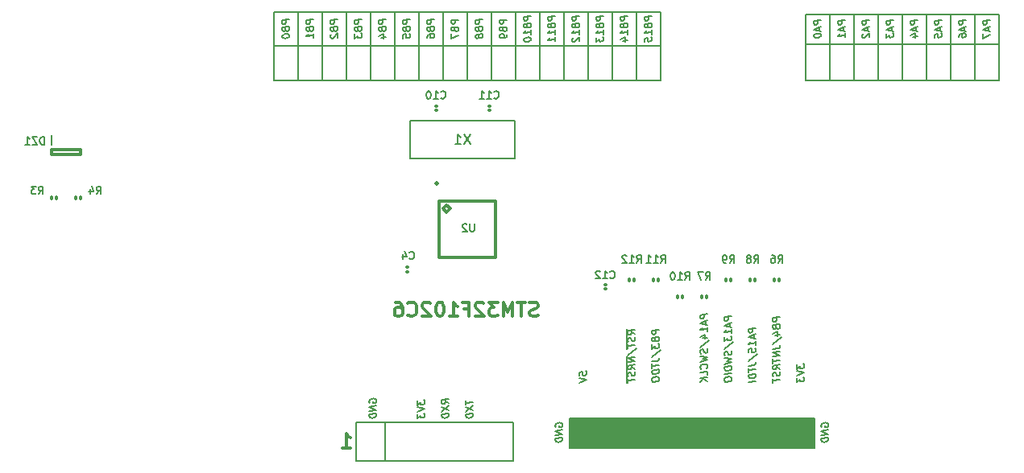
<source format=gbr>
G04 #@! TF.FileFunction,Legend,Bot*
%FSLAX46Y46*%
G04 Gerber Fmt 4.6, Leading zero omitted, Abs format (unit mm)*
G04 Created by KiCad (PCBNEW 4.0.1-stable) date 6/19/2016 2:06:42 PM*
%MOMM*%
G01*
G04 APERTURE LIST*
%ADD10C,0.100000*%
%ADD11C,0.200000*%
%ADD12C,0.300000*%
%ADD13C,0.190500*%
%ADD14C,0.350000*%
%ADD15C,0.150000*%
%ADD16C,0.152400*%
G04 APERTURE END LIST*
D10*
D11*
X163576000Y-74930000D02*
X147066000Y-74930000D01*
X147066000Y-70866000D02*
X163576000Y-70866000D01*
D12*
X145621428Y-73576571D02*
X146478571Y-73576571D01*
X146049999Y-73576571D02*
X146049999Y-72076571D01*
X146192856Y-72290857D01*
X146335714Y-72433714D01*
X146478571Y-72505143D01*
D11*
X150114000Y-70866000D02*
X150114000Y-74930000D01*
X147066000Y-74930000D02*
X147066000Y-70866000D01*
X163576000Y-70866000D02*
X163576000Y-74930000D01*
D13*
X158586714Y-68620822D02*
X158586714Y-69056251D01*
X159348714Y-68743287D02*
X158586714Y-68838537D01*
X158586714Y-69237679D02*
X159348714Y-69650429D01*
X158586714Y-69745679D02*
X159348714Y-69142429D01*
X159348714Y-69940715D02*
X158586714Y-70035965D01*
X158586714Y-70217393D01*
X158623000Y-70321714D01*
X158695571Y-70385215D01*
X158768143Y-70412428D01*
X158913286Y-70430571D01*
X159022143Y-70416964D01*
X159167286Y-70362535D01*
X159239857Y-70317179D01*
X159312429Y-70235535D01*
X159348714Y-70122143D01*
X159348714Y-69940715D01*
X156808714Y-68888429D02*
X156445857Y-68679786D01*
X156808714Y-68453001D02*
X156046714Y-68548251D01*
X156046714Y-68838536D01*
X156083000Y-68906572D01*
X156119286Y-68938321D01*
X156191857Y-68965536D01*
X156300714Y-68951929D01*
X156373286Y-68906571D01*
X156409571Y-68865751D01*
X156445857Y-68788643D01*
X156445857Y-68498358D01*
X156046714Y-69237679D02*
X156808714Y-69650429D01*
X156046714Y-69745679D02*
X156808714Y-69142429D01*
X156808714Y-69940715D02*
X156046714Y-70035965D01*
X156046714Y-70217393D01*
X156083000Y-70321714D01*
X156155571Y-70385215D01*
X156228143Y-70412428D01*
X156373286Y-70430571D01*
X156482143Y-70416964D01*
X156627286Y-70362535D01*
X156699857Y-70317179D01*
X156772429Y-70235535D01*
X156808714Y-70122143D01*
X156808714Y-69940715D01*
X153506714Y-68620822D02*
X153506714Y-69092536D01*
X153797000Y-68802250D01*
X153797000Y-68911108D01*
X153833286Y-68979143D01*
X153869571Y-69010894D01*
X153942143Y-69038107D01*
X154123571Y-69015429D01*
X154196143Y-68970072D01*
X154232429Y-68929250D01*
X154268714Y-68852144D01*
X154268714Y-68634429D01*
X154232429Y-68566393D01*
X154196143Y-68534643D01*
X153506714Y-69310250D02*
X154268714Y-69469000D01*
X153506714Y-69818250D01*
X153506714Y-69999679D02*
X153506714Y-70471393D01*
X153797000Y-70181107D01*
X153797000Y-70289965D01*
X153833286Y-70358000D01*
X153869571Y-70389751D01*
X153942143Y-70416964D01*
X154123571Y-70394286D01*
X154196143Y-70348929D01*
X154232429Y-70308107D01*
X154268714Y-70231001D01*
X154268714Y-70013286D01*
X154232429Y-69945250D01*
X154196143Y-69913500D01*
X148463000Y-68870285D02*
X148426714Y-68802250D01*
X148426714Y-68693393D01*
X148463000Y-68580000D01*
X148535571Y-68498357D01*
X148608143Y-68453000D01*
X148753286Y-68398571D01*
X148862143Y-68384964D01*
X149007286Y-68403107D01*
X149079857Y-68430321D01*
X149152429Y-68493821D01*
X149188714Y-68598143D01*
X149188714Y-68670714D01*
X149152429Y-68784106D01*
X149116143Y-68824928D01*
X148862143Y-68856678D01*
X148862143Y-68711535D01*
X149188714Y-69142429D02*
X148426714Y-69237679D01*
X149188714Y-69577857D01*
X148426714Y-69673107D01*
X149188714Y-69940715D02*
X148426714Y-70035965D01*
X148426714Y-70217393D01*
X148463000Y-70321714D01*
X148535571Y-70385215D01*
X148608143Y-70412428D01*
X148753286Y-70430571D01*
X148862143Y-70416964D01*
X149007286Y-70362535D01*
X149079857Y-70317179D01*
X149152429Y-70235535D01*
X149188714Y-70122143D01*
X149188714Y-69940715D01*
X195961000Y-71410285D02*
X195924714Y-71342250D01*
X195924714Y-71233393D01*
X195961000Y-71120000D01*
X196033571Y-71038357D01*
X196106143Y-70993000D01*
X196251286Y-70938571D01*
X196360143Y-70924964D01*
X196505286Y-70943107D01*
X196577857Y-70970321D01*
X196650429Y-71033821D01*
X196686714Y-71138143D01*
X196686714Y-71210714D01*
X196650429Y-71324106D01*
X196614143Y-71364928D01*
X196360143Y-71396678D01*
X196360143Y-71251535D01*
X196686714Y-71682429D02*
X195924714Y-71777679D01*
X196686714Y-72117857D01*
X195924714Y-72213107D01*
X196686714Y-72480715D02*
X195924714Y-72575965D01*
X195924714Y-72757393D01*
X195961000Y-72861714D01*
X196033571Y-72925215D01*
X196106143Y-72952428D01*
X196251286Y-72970571D01*
X196360143Y-72956964D01*
X196505286Y-72902535D01*
X196577857Y-72857179D01*
X196650429Y-72775535D01*
X196686714Y-72662143D01*
X196686714Y-72480715D01*
X168021000Y-71410285D02*
X167984714Y-71342250D01*
X167984714Y-71233393D01*
X168021000Y-71120000D01*
X168093571Y-71038357D01*
X168166143Y-70993000D01*
X168311286Y-70938571D01*
X168420143Y-70924964D01*
X168565286Y-70943107D01*
X168637857Y-70970321D01*
X168710429Y-71033821D01*
X168746714Y-71138143D01*
X168746714Y-71210714D01*
X168710429Y-71324106D01*
X168674143Y-71364928D01*
X168420143Y-71396678D01*
X168420143Y-71251535D01*
X168746714Y-71682429D02*
X167984714Y-71777679D01*
X168746714Y-72117857D01*
X167984714Y-72213107D01*
X168746714Y-72480715D02*
X167984714Y-72575965D01*
X167984714Y-72757393D01*
X168021000Y-72861714D01*
X168093571Y-72925215D01*
X168166143Y-72952428D01*
X168311286Y-72970571D01*
X168420143Y-72956964D01*
X168565286Y-72902535D01*
X168637857Y-72857179D01*
X168710429Y-72775535D01*
X168746714Y-72662143D01*
X168746714Y-72480715D01*
X170524714Y-65971965D02*
X170524714Y-65609108D01*
X170887571Y-65527465D01*
X170851286Y-65568286D01*
X170815000Y-65645393D01*
X170815000Y-65826822D01*
X170851286Y-65894857D01*
X170887571Y-65926608D01*
X170960143Y-65953821D01*
X171141571Y-65931143D01*
X171214143Y-65885786D01*
X171250429Y-65844964D01*
X171286714Y-65767858D01*
X171286714Y-65586429D01*
X171250429Y-65518393D01*
X171214143Y-65486643D01*
X170524714Y-66225964D02*
X171286714Y-66384714D01*
X170524714Y-66733964D01*
X176366714Y-61595001D02*
X176003857Y-61386358D01*
X176366714Y-61159573D02*
X175604714Y-61254823D01*
X175604714Y-61545108D01*
X175641000Y-61613144D01*
X175677286Y-61644893D01*
X175749857Y-61672108D01*
X175858714Y-61658501D01*
X175931286Y-61613143D01*
X175967571Y-61572323D01*
X176003857Y-61495215D01*
X176003857Y-61204930D01*
X176330429Y-61889822D02*
X176366714Y-61994144D01*
X176366714Y-62175573D01*
X176330429Y-62252679D01*
X176294143Y-62293501D01*
X176221571Y-62338858D01*
X176149000Y-62347929D01*
X176076429Y-62320715D01*
X176040143Y-62288965D01*
X176003857Y-62220930D01*
X175967571Y-62080323D01*
X175931286Y-62012286D01*
X175895000Y-61980537D01*
X175822429Y-61953322D01*
X175749857Y-61962394D01*
X175677286Y-62007751D01*
X175641000Y-62048572D01*
X175604714Y-62125680D01*
X175604714Y-62307108D01*
X175641000Y-62411429D01*
X175604714Y-62633679D02*
X175604714Y-63069108D01*
X176366714Y-62756144D02*
X175604714Y-62851394D01*
X175473360Y-61089813D02*
X175473360Y-63158098D01*
X175568429Y-63871928D02*
X176548143Y-63096321D01*
X176366714Y-64026144D02*
X175604714Y-64121394D01*
X176366714Y-64461572D01*
X175604714Y-64556822D01*
X176366714Y-65259858D02*
X176003857Y-65051215D01*
X176366714Y-64824430D02*
X175604714Y-64919680D01*
X175604714Y-65209965D01*
X175641000Y-65278001D01*
X175677286Y-65309750D01*
X175749857Y-65336965D01*
X175858714Y-65323358D01*
X175931286Y-65278000D01*
X175967571Y-65237180D01*
X176003857Y-65160072D01*
X176003857Y-64869787D01*
X176330429Y-65554679D02*
X176366714Y-65659001D01*
X176366714Y-65840430D01*
X176330429Y-65917536D01*
X176294143Y-65958358D01*
X176221571Y-66003715D01*
X176149000Y-66012786D01*
X176076429Y-65985572D01*
X176040143Y-65953822D01*
X176003857Y-65885787D01*
X175967571Y-65745180D01*
X175931286Y-65677143D01*
X175895000Y-65645394D01*
X175822429Y-65618179D01*
X175749857Y-65627251D01*
X175677286Y-65672608D01*
X175641000Y-65713429D01*
X175604714Y-65790537D01*
X175604714Y-65971965D01*
X175641000Y-66076286D01*
X175604714Y-66298536D02*
X175604714Y-66733965D01*
X176366714Y-66421001D02*
X175604714Y-66516251D01*
X175473360Y-63956384D02*
X175473360Y-66706750D01*
X183986714Y-59490430D02*
X183224714Y-59585680D01*
X183224714Y-59875965D01*
X183261000Y-59944001D01*
X183297286Y-59975750D01*
X183369857Y-60002965D01*
X183478714Y-59989358D01*
X183551286Y-59944000D01*
X183587571Y-59903180D01*
X183623857Y-59826072D01*
X183623857Y-59535787D01*
X183769000Y-60243358D02*
X183769000Y-60606215D01*
X183986714Y-60143572D02*
X183224714Y-60492822D01*
X183986714Y-60651572D01*
X183986714Y-61304715D02*
X183986714Y-60869287D01*
X183986714Y-61087001D02*
X183224714Y-61182251D01*
X183333571Y-61096073D01*
X183406143Y-61014429D01*
X183442429Y-60937322D01*
X183478714Y-62021358D02*
X183986714Y-61957858D01*
X183188429Y-61876214D02*
X183732714Y-61626751D01*
X183732714Y-62098465D01*
X183188429Y-63001071D02*
X184168143Y-62225464D01*
X183950429Y-63123536D02*
X183986714Y-63227858D01*
X183986714Y-63409287D01*
X183950429Y-63486393D01*
X183914143Y-63527215D01*
X183841571Y-63572572D01*
X183769000Y-63581643D01*
X183696429Y-63554429D01*
X183660143Y-63522679D01*
X183623857Y-63454644D01*
X183587571Y-63314037D01*
X183551286Y-63246000D01*
X183515000Y-63214251D01*
X183442429Y-63187036D01*
X183369857Y-63196108D01*
X183297286Y-63241465D01*
X183261000Y-63282286D01*
X183224714Y-63359394D01*
X183224714Y-63540822D01*
X183261000Y-63645143D01*
X183224714Y-63903679D02*
X183986714Y-63989858D01*
X183442429Y-64203036D01*
X183986714Y-64280143D01*
X183224714Y-64556822D01*
X183914143Y-65196357D02*
X183950429Y-65155535D01*
X183986714Y-65042143D01*
X183986714Y-64969572D01*
X183950429Y-64865250D01*
X183877857Y-64801750D01*
X183805286Y-64774536D01*
X183660143Y-64756393D01*
X183551286Y-64770000D01*
X183406143Y-64824429D01*
X183333571Y-64869786D01*
X183261000Y-64951429D01*
X183224714Y-65064822D01*
X183224714Y-65137393D01*
X183261000Y-65241714D01*
X183297286Y-65273464D01*
X183986714Y-65876715D02*
X183986714Y-65513858D01*
X183224714Y-65609108D01*
X183986714Y-66130715D02*
X183224714Y-66225965D01*
X183986714Y-66566143D02*
X183551286Y-66294000D01*
X183224714Y-66661393D02*
X183660143Y-66171536D01*
X178906714Y-61123287D02*
X178144714Y-61218537D01*
X178144714Y-61508822D01*
X178181000Y-61576858D01*
X178217286Y-61608607D01*
X178289857Y-61635822D01*
X178398714Y-61622215D01*
X178471286Y-61576857D01*
X178507571Y-61536037D01*
X178543857Y-61458929D01*
X178543857Y-61168644D01*
X178507571Y-62189180D02*
X178543857Y-62293501D01*
X178580143Y-62325250D01*
X178652714Y-62352465D01*
X178761571Y-62338858D01*
X178834143Y-62293500D01*
X178870429Y-62252679D01*
X178906714Y-62175572D01*
X178906714Y-61885287D01*
X178144714Y-61980537D01*
X178144714Y-62234537D01*
X178181000Y-62302572D01*
X178217286Y-62334322D01*
X178289857Y-62361536D01*
X178362429Y-62352464D01*
X178435000Y-62307108D01*
X178471286Y-62266286D01*
X178507571Y-62189180D01*
X178507571Y-61935180D01*
X178144714Y-62669965D02*
X178144714Y-63141679D01*
X178435000Y-62851393D01*
X178435000Y-62960251D01*
X178471286Y-63028286D01*
X178507571Y-63060037D01*
X178580143Y-63087250D01*
X178761571Y-63064572D01*
X178834143Y-63019215D01*
X178870429Y-62978393D01*
X178906714Y-62901287D01*
X178906714Y-62683572D01*
X178870429Y-62615536D01*
X178834143Y-62583786D01*
X178108429Y-64017071D02*
X179088143Y-63241464D01*
X178144714Y-64484251D02*
X178689000Y-64416215D01*
X178797857Y-64366322D01*
X178870429Y-64284679D01*
X178906714Y-64171287D01*
X178906714Y-64098715D01*
X178144714Y-64738250D02*
X178144714Y-65173679D01*
X178906714Y-64860715D02*
X178144714Y-64955965D01*
X178906714Y-65332429D02*
X178144714Y-65427679D01*
X178144714Y-65609107D01*
X178181000Y-65713428D01*
X178253571Y-65776929D01*
X178326143Y-65804142D01*
X178471286Y-65822285D01*
X178580143Y-65808678D01*
X178725286Y-65754249D01*
X178797857Y-65708893D01*
X178870429Y-65627249D01*
X178906714Y-65513857D01*
X178906714Y-65332429D01*
X178144714Y-66334821D02*
X178144714Y-66479964D01*
X178181000Y-66548000D01*
X178253571Y-66611500D01*
X178398714Y-66629643D01*
X178652714Y-66597893D01*
X178797857Y-66543464D01*
X178870429Y-66461821D01*
X178906714Y-66384714D01*
X178906714Y-66239571D01*
X178870429Y-66171535D01*
X178797857Y-66108036D01*
X178652714Y-66089893D01*
X178398714Y-66121643D01*
X178253571Y-66176072D01*
X178181000Y-66257714D01*
X178144714Y-66334821D01*
X186526714Y-59708144D02*
X185764714Y-59803394D01*
X185764714Y-60093679D01*
X185801000Y-60161715D01*
X185837286Y-60193464D01*
X185909857Y-60220679D01*
X186018714Y-60207072D01*
X186091286Y-60161714D01*
X186127571Y-60120894D01*
X186163857Y-60043786D01*
X186163857Y-59753501D01*
X186309000Y-60461072D02*
X186309000Y-60823929D01*
X186526714Y-60361286D02*
X185764714Y-60710536D01*
X186526714Y-60869286D01*
X186526714Y-61522429D02*
X186526714Y-61087001D01*
X186526714Y-61304715D02*
X185764714Y-61399965D01*
X185873571Y-61313787D01*
X185946143Y-61232143D01*
X185982429Y-61155036D01*
X185764714Y-61871679D02*
X185764714Y-62343393D01*
X186055000Y-62053107D01*
X186055000Y-62161965D01*
X186091286Y-62230000D01*
X186127571Y-62261751D01*
X186200143Y-62288964D01*
X186381571Y-62266286D01*
X186454143Y-62220929D01*
X186490429Y-62180107D01*
X186526714Y-62103001D01*
X186526714Y-61885286D01*
X186490429Y-61817250D01*
X186454143Y-61785500D01*
X185728429Y-63218785D02*
X186708143Y-62443178D01*
X186490429Y-63341250D02*
X186526714Y-63445572D01*
X186526714Y-63627001D01*
X186490429Y-63704107D01*
X186454143Y-63744929D01*
X186381571Y-63790286D01*
X186309000Y-63799357D01*
X186236429Y-63772143D01*
X186200143Y-63740393D01*
X186163857Y-63672358D01*
X186127571Y-63531751D01*
X186091286Y-63463714D01*
X186055000Y-63431965D01*
X185982429Y-63404750D01*
X185909857Y-63413822D01*
X185837286Y-63459179D01*
X185801000Y-63500000D01*
X185764714Y-63577108D01*
X185764714Y-63758536D01*
X185801000Y-63862857D01*
X185764714Y-64121393D02*
X186526714Y-64207572D01*
X185982429Y-64420750D01*
X186526714Y-64497857D01*
X185764714Y-64774536D01*
X186526714Y-64969572D02*
X185764714Y-65064822D01*
X185764714Y-65246250D01*
X185801000Y-65350571D01*
X185873571Y-65414072D01*
X185946143Y-65441285D01*
X186091286Y-65459428D01*
X186200143Y-65445821D01*
X186345286Y-65391392D01*
X186417857Y-65346036D01*
X186490429Y-65264392D01*
X186526714Y-65151000D01*
X186526714Y-64969572D01*
X186526714Y-65731572D02*
X185764714Y-65826822D01*
X185764714Y-66334821D02*
X185764714Y-66479964D01*
X185801000Y-66548000D01*
X185873571Y-66611500D01*
X186018714Y-66629643D01*
X186272714Y-66597893D01*
X186417857Y-66543464D01*
X186490429Y-66461821D01*
X186526714Y-66384714D01*
X186526714Y-66239571D01*
X186490429Y-66171535D01*
X186417857Y-66108036D01*
X186272714Y-66089893D01*
X186018714Y-66121643D01*
X185873571Y-66176072D01*
X185801000Y-66257714D01*
X185764714Y-66334821D01*
X189066714Y-60941859D02*
X188304714Y-61037109D01*
X188304714Y-61327394D01*
X188341000Y-61395430D01*
X188377286Y-61427179D01*
X188449857Y-61454394D01*
X188558714Y-61440787D01*
X188631286Y-61395429D01*
X188667571Y-61354609D01*
X188703857Y-61277501D01*
X188703857Y-60987216D01*
X188849000Y-61694787D02*
X188849000Y-62057644D01*
X189066714Y-61595001D02*
X188304714Y-61944251D01*
X189066714Y-62103001D01*
X189066714Y-62756144D02*
X189066714Y-62320716D01*
X189066714Y-62538430D02*
X188304714Y-62633680D01*
X188413571Y-62547502D01*
X188486143Y-62465858D01*
X188522429Y-62388751D01*
X188304714Y-63540823D02*
X188304714Y-63177966D01*
X188667571Y-63096323D01*
X188631286Y-63137144D01*
X188595000Y-63214251D01*
X188595000Y-63395680D01*
X188631286Y-63463715D01*
X188667571Y-63495466D01*
X188740143Y-63522679D01*
X188921571Y-63500001D01*
X188994143Y-63454644D01*
X189030429Y-63413822D01*
X189066714Y-63336716D01*
X189066714Y-63155287D01*
X189030429Y-63087251D01*
X188994143Y-63055501D01*
X188268429Y-64452500D02*
X189248143Y-63676893D01*
X188304714Y-64919680D02*
X188849000Y-64851644D01*
X188957857Y-64801751D01*
X189030429Y-64720108D01*
X189066714Y-64606716D01*
X189066714Y-64534144D01*
X188304714Y-65173679D02*
X188304714Y-65609108D01*
X189066714Y-65296144D02*
X188304714Y-65391394D01*
X189066714Y-65767858D02*
X188304714Y-65863108D01*
X188304714Y-66044536D01*
X188341000Y-66148857D01*
X188413571Y-66212358D01*
X188486143Y-66239571D01*
X188631286Y-66257714D01*
X188740143Y-66244107D01*
X188885286Y-66189678D01*
X188957857Y-66144322D01*
X189030429Y-66062678D01*
X189066714Y-65949286D01*
X189066714Y-65767858D01*
X189066714Y-66529858D02*
X188304714Y-66625108D01*
X191606714Y-59817002D02*
X190844714Y-59912252D01*
X190844714Y-60202537D01*
X190881000Y-60270573D01*
X190917286Y-60302322D01*
X190989857Y-60329537D01*
X191098714Y-60315930D01*
X191171286Y-60270572D01*
X191207571Y-60229752D01*
X191243857Y-60152644D01*
X191243857Y-59862359D01*
X191207571Y-60882895D02*
X191243857Y-60987216D01*
X191280143Y-61018965D01*
X191352714Y-61046180D01*
X191461571Y-61032573D01*
X191534143Y-60987215D01*
X191570429Y-60946394D01*
X191606714Y-60869287D01*
X191606714Y-60579002D01*
X190844714Y-60674252D01*
X190844714Y-60928252D01*
X190881000Y-60996287D01*
X190917286Y-61028037D01*
X190989857Y-61055251D01*
X191062429Y-61046179D01*
X191135000Y-61000823D01*
X191171286Y-60960001D01*
X191207571Y-60882895D01*
X191207571Y-60628895D01*
X191098714Y-61731073D02*
X191606714Y-61667573D01*
X190808429Y-61585929D02*
X191352714Y-61336466D01*
X191352714Y-61808180D01*
X190808429Y-62710786D02*
X191788143Y-61935179D01*
X190844714Y-63177966D02*
X191389000Y-63109930D01*
X191497857Y-63060037D01*
X191570429Y-62978394D01*
X191606714Y-62865002D01*
X191606714Y-62792430D01*
X191606714Y-63445573D02*
X190844714Y-63540823D01*
X191606714Y-63881001D01*
X190844714Y-63976251D01*
X190844714Y-64230251D02*
X190844714Y-64665680D01*
X191606714Y-64352716D02*
X190844714Y-64447966D01*
X191606714Y-65259858D02*
X191243857Y-65051215D01*
X191606714Y-64824430D02*
X190844714Y-64919680D01*
X190844714Y-65209965D01*
X190881000Y-65278001D01*
X190917286Y-65309750D01*
X190989857Y-65336965D01*
X191098714Y-65323358D01*
X191171286Y-65278000D01*
X191207571Y-65237180D01*
X191243857Y-65160072D01*
X191243857Y-64869787D01*
X191570429Y-65554679D02*
X191606714Y-65659001D01*
X191606714Y-65840430D01*
X191570429Y-65917536D01*
X191534143Y-65958358D01*
X191461571Y-66003715D01*
X191389000Y-66012786D01*
X191316429Y-65985572D01*
X191280143Y-65953822D01*
X191243857Y-65885787D01*
X191207571Y-65745180D01*
X191171286Y-65677143D01*
X191135000Y-65645394D01*
X191062429Y-65618179D01*
X190989857Y-65627251D01*
X190917286Y-65672608D01*
X190881000Y-65713429D01*
X190844714Y-65790537D01*
X190844714Y-65971965D01*
X190881000Y-66076286D01*
X190844714Y-66298536D02*
X190844714Y-66733965D01*
X191606714Y-66421001D02*
X190844714Y-66516251D01*
D12*
X166158713Y-59662143D02*
X165944427Y-59733571D01*
X165587284Y-59733571D01*
X165444427Y-59662143D01*
X165372998Y-59590714D01*
X165301570Y-59447857D01*
X165301570Y-59305000D01*
X165372998Y-59162143D01*
X165444427Y-59090714D01*
X165587284Y-59019286D01*
X165872998Y-58947857D01*
X166015856Y-58876429D01*
X166087284Y-58805000D01*
X166158713Y-58662143D01*
X166158713Y-58519286D01*
X166087284Y-58376429D01*
X166015856Y-58305000D01*
X165872998Y-58233571D01*
X165515856Y-58233571D01*
X165301570Y-58305000D01*
X164872999Y-58233571D02*
X164015856Y-58233571D01*
X164444427Y-59733571D02*
X164444427Y-58233571D01*
X163515856Y-59733571D02*
X163515856Y-58233571D01*
X163015856Y-59305000D01*
X162515856Y-58233571D01*
X162515856Y-59733571D01*
X161944427Y-58233571D02*
X161015856Y-58233571D01*
X161515856Y-58805000D01*
X161301570Y-58805000D01*
X161158713Y-58876429D01*
X161087284Y-58947857D01*
X161015856Y-59090714D01*
X161015856Y-59447857D01*
X161087284Y-59590714D01*
X161158713Y-59662143D01*
X161301570Y-59733571D01*
X161730142Y-59733571D01*
X161872999Y-59662143D01*
X161944427Y-59590714D01*
X160444428Y-58376429D02*
X160372999Y-58305000D01*
X160230142Y-58233571D01*
X159872999Y-58233571D01*
X159730142Y-58305000D01*
X159658713Y-58376429D01*
X159587285Y-58519286D01*
X159587285Y-58662143D01*
X159658713Y-58876429D01*
X160515856Y-59733571D01*
X159587285Y-59733571D01*
X158444428Y-58947857D02*
X158944428Y-58947857D01*
X158944428Y-59733571D02*
X158944428Y-58233571D01*
X158230142Y-58233571D01*
X156873000Y-59733571D02*
X157730143Y-59733571D01*
X157301571Y-59733571D02*
X157301571Y-58233571D01*
X157444428Y-58447857D01*
X157587286Y-58590714D01*
X157730143Y-58662143D01*
X155944429Y-58233571D02*
X155801572Y-58233571D01*
X155658715Y-58305000D01*
X155587286Y-58376429D01*
X155515857Y-58519286D01*
X155444429Y-58805000D01*
X155444429Y-59162143D01*
X155515857Y-59447857D01*
X155587286Y-59590714D01*
X155658715Y-59662143D01*
X155801572Y-59733571D01*
X155944429Y-59733571D01*
X156087286Y-59662143D01*
X156158715Y-59590714D01*
X156230143Y-59447857D01*
X156301572Y-59162143D01*
X156301572Y-58805000D01*
X156230143Y-58519286D01*
X156158715Y-58376429D01*
X156087286Y-58305000D01*
X155944429Y-58233571D01*
X154873001Y-58376429D02*
X154801572Y-58305000D01*
X154658715Y-58233571D01*
X154301572Y-58233571D01*
X154158715Y-58305000D01*
X154087286Y-58376429D01*
X154015858Y-58519286D01*
X154015858Y-58662143D01*
X154087286Y-58876429D01*
X154944429Y-59733571D01*
X154015858Y-59733571D01*
X152515858Y-59590714D02*
X152587287Y-59662143D01*
X152801573Y-59733571D01*
X152944430Y-59733571D01*
X153158715Y-59662143D01*
X153301573Y-59519286D01*
X153373001Y-59376429D01*
X153444430Y-59090714D01*
X153444430Y-58876429D01*
X153373001Y-58590714D01*
X153301573Y-58447857D01*
X153158715Y-58305000D01*
X152944430Y-58233571D01*
X152801573Y-58233571D01*
X152587287Y-58305000D01*
X152515858Y-58376429D01*
X151230144Y-58233571D02*
X151515858Y-58233571D01*
X151658715Y-58305000D01*
X151730144Y-58376429D01*
X151873001Y-58590714D01*
X151944430Y-58876429D01*
X151944430Y-59447857D01*
X151873001Y-59590714D01*
X151801573Y-59662143D01*
X151658715Y-59733571D01*
X151373001Y-59733571D01*
X151230144Y-59662143D01*
X151158715Y-59590714D01*
X151087287Y-59447857D01*
X151087287Y-59090714D01*
X151158715Y-58947857D01*
X151230144Y-58876429D01*
X151373001Y-58805000D01*
X151658715Y-58805000D01*
X151801573Y-58876429D01*
X151873001Y-58947857D01*
X151944430Y-59090714D01*
D11*
X194310000Y-34925000D02*
X214630000Y-34925000D01*
X194310000Y-27940000D02*
X214630000Y-27940000D01*
X214630000Y-31115000D02*
X194310000Y-31115000D01*
X138430000Y-27686000D02*
X179070000Y-27686000D01*
X179070000Y-34925000D02*
X138430000Y-34925000D01*
X138430000Y-31242000D02*
X179070000Y-31242000D01*
X179070000Y-27686000D02*
X179070000Y-34925000D01*
D13*
X193384714Y-64810822D02*
X193384714Y-65282536D01*
X193675000Y-64992250D01*
X193675000Y-65101108D01*
X193711286Y-65169143D01*
X193747571Y-65200894D01*
X193820143Y-65228107D01*
X194001571Y-65205429D01*
X194074143Y-65160072D01*
X194110429Y-65119250D01*
X194146714Y-65042144D01*
X194146714Y-64824429D01*
X194110429Y-64756393D01*
X194074143Y-64724643D01*
X193384714Y-65500250D02*
X194146714Y-65659000D01*
X193384714Y-66008250D01*
X193384714Y-66189679D02*
X193384714Y-66661393D01*
X193675000Y-66371107D01*
X193675000Y-66479965D01*
X193711286Y-66548000D01*
X193747571Y-66579751D01*
X193820143Y-66606964D01*
X194001571Y-66584286D01*
X194074143Y-66538929D01*
X194110429Y-66498107D01*
X194146714Y-66421001D01*
X194146714Y-66203286D01*
X194110429Y-66135250D01*
X194074143Y-66103500D01*
D11*
X176530000Y-27686000D02*
X176530000Y-34925000D01*
X173990000Y-27686000D02*
X173990000Y-34925000D01*
X171450000Y-27686000D02*
X171450000Y-34925000D01*
X168910000Y-27686000D02*
X168910000Y-34925000D01*
X166370000Y-27686000D02*
X166370000Y-34925000D01*
X163830000Y-27686000D02*
X163830000Y-34925000D01*
X161290000Y-27686000D02*
X161290000Y-34925000D01*
X158750000Y-27686000D02*
X158750000Y-34925000D01*
X156210000Y-27686000D02*
X156210000Y-34925000D01*
X153670000Y-27686000D02*
X153670000Y-34925000D01*
X151130000Y-27686000D02*
X151130000Y-34925000D01*
X148590000Y-27686000D02*
X148590000Y-34925000D01*
X146050000Y-27686000D02*
X146050000Y-34925000D01*
X143510000Y-27686000D02*
X143510000Y-34925000D01*
X140970000Y-27686000D02*
X140970000Y-34925000D01*
X138430000Y-27686000D02*
X138430000Y-31115000D01*
X138430000Y-34925000D02*
X138430000Y-31115000D01*
X212090000Y-27940000D02*
X212090000Y-34925000D01*
X209550000Y-27940000D02*
X209550000Y-34925000D01*
X207010000Y-27940000D02*
X207010000Y-34925000D01*
X204470000Y-27940000D02*
X204470000Y-34925000D01*
X201930000Y-27940000D02*
X201930000Y-34925000D01*
X199390000Y-27940000D02*
X199390000Y-34925000D01*
X196850000Y-27940000D02*
X196850000Y-34925000D01*
X214630000Y-27940000D02*
X214630000Y-31115000D01*
X194310000Y-31115000D02*
X194310000Y-27940000D01*
X194310000Y-34925000D02*
X194310000Y-31115000D01*
X214630000Y-31115000D02*
X214630000Y-34925000D01*
D13*
X213704714Y-28531912D02*
X212942714Y-28627162D01*
X212942714Y-28917447D01*
X212979000Y-28985483D01*
X213015286Y-29017232D01*
X213087857Y-29044447D01*
X213196714Y-29030840D01*
X213269286Y-28985482D01*
X213305571Y-28944662D01*
X213341857Y-28867554D01*
X213341857Y-28577269D01*
X213487000Y-29284840D02*
X213487000Y-29647697D01*
X213704714Y-29185054D02*
X212942714Y-29534304D01*
X213704714Y-29693054D01*
X212942714Y-29969733D02*
X212942714Y-30477733D01*
X213704714Y-30055912D01*
X211164714Y-28531912D02*
X210402714Y-28627162D01*
X210402714Y-28917447D01*
X210439000Y-28985483D01*
X210475286Y-29017232D01*
X210547857Y-29044447D01*
X210656714Y-29030840D01*
X210729286Y-28985482D01*
X210765571Y-28944662D01*
X210801857Y-28867554D01*
X210801857Y-28577269D01*
X210947000Y-29284840D02*
X210947000Y-29647697D01*
X211164714Y-29185054D02*
X210402714Y-29534304D01*
X211164714Y-29693054D01*
X210402714Y-30368876D02*
X210402714Y-30223733D01*
X210439000Y-30146626D01*
X210475286Y-30105804D01*
X210584143Y-30019626D01*
X210729286Y-29965197D01*
X211019571Y-29928912D01*
X211092143Y-29956126D01*
X211128429Y-29987875D01*
X211164714Y-30055912D01*
X211164714Y-30201055D01*
X211128429Y-30278161D01*
X211092143Y-30318983D01*
X211019571Y-30364340D01*
X210838143Y-30387018D01*
X210765571Y-30359805D01*
X210729286Y-30328054D01*
X210693000Y-30260019D01*
X210693000Y-30114876D01*
X210729286Y-30037768D01*
X210765571Y-29996948D01*
X210838143Y-29951590D01*
X208624714Y-28531912D02*
X207862714Y-28627162D01*
X207862714Y-28917447D01*
X207899000Y-28985483D01*
X207935286Y-29017232D01*
X208007857Y-29044447D01*
X208116714Y-29030840D01*
X208189286Y-28985482D01*
X208225571Y-28944662D01*
X208261857Y-28867554D01*
X208261857Y-28577269D01*
X208407000Y-29284840D02*
X208407000Y-29647697D01*
X208624714Y-29185054D02*
X207862714Y-29534304D01*
X208624714Y-29693054D01*
X207862714Y-30405162D02*
X207862714Y-30042305D01*
X208225571Y-29960662D01*
X208189286Y-30001483D01*
X208153000Y-30078590D01*
X208153000Y-30260019D01*
X208189286Y-30328054D01*
X208225571Y-30359805D01*
X208298143Y-30387018D01*
X208479571Y-30364340D01*
X208552143Y-30318983D01*
X208588429Y-30278161D01*
X208624714Y-30201055D01*
X208624714Y-30019626D01*
X208588429Y-29951590D01*
X208552143Y-29919840D01*
X206084714Y-28531912D02*
X205322714Y-28627162D01*
X205322714Y-28917447D01*
X205359000Y-28985483D01*
X205395286Y-29017232D01*
X205467857Y-29044447D01*
X205576714Y-29030840D01*
X205649286Y-28985482D01*
X205685571Y-28944662D01*
X205721857Y-28867554D01*
X205721857Y-28577269D01*
X205867000Y-29284840D02*
X205867000Y-29647697D01*
X206084714Y-29185054D02*
X205322714Y-29534304D01*
X206084714Y-29693054D01*
X205576714Y-30337126D02*
X206084714Y-30273626D01*
X205286429Y-30191982D02*
X205830714Y-29942519D01*
X205830714Y-30414233D01*
X203544714Y-28531912D02*
X202782714Y-28627162D01*
X202782714Y-28917447D01*
X202819000Y-28985483D01*
X202855286Y-29017232D01*
X202927857Y-29044447D01*
X203036714Y-29030840D01*
X203109286Y-28985482D01*
X203145571Y-28944662D01*
X203181857Y-28867554D01*
X203181857Y-28577269D01*
X203327000Y-29284840D02*
X203327000Y-29647697D01*
X203544714Y-29185054D02*
X202782714Y-29534304D01*
X203544714Y-29693054D01*
X202782714Y-29969733D02*
X202782714Y-30441447D01*
X203073000Y-30151161D01*
X203073000Y-30260019D01*
X203109286Y-30328054D01*
X203145571Y-30359805D01*
X203218143Y-30387018D01*
X203399571Y-30364340D01*
X203472143Y-30318983D01*
X203508429Y-30278161D01*
X203544714Y-30201055D01*
X203544714Y-29983340D01*
X203508429Y-29915304D01*
X203472143Y-29883554D01*
X201004714Y-28531912D02*
X200242714Y-28627162D01*
X200242714Y-28917447D01*
X200279000Y-28985483D01*
X200315286Y-29017232D01*
X200387857Y-29044447D01*
X200496714Y-29030840D01*
X200569286Y-28985482D01*
X200605571Y-28944662D01*
X200641857Y-28867554D01*
X200641857Y-28577269D01*
X200787000Y-29284840D02*
X200787000Y-29647697D01*
X201004714Y-29185054D02*
X200242714Y-29534304D01*
X201004714Y-29693054D01*
X200315286Y-29996947D02*
X200279000Y-30037769D01*
X200242714Y-30114876D01*
X200242714Y-30296305D01*
X200279000Y-30364340D01*
X200315286Y-30396090D01*
X200387857Y-30423304D01*
X200460429Y-30414232D01*
X200569286Y-30364340D01*
X201004714Y-29874483D01*
X201004714Y-30346197D01*
X198464714Y-28531912D02*
X197702714Y-28627162D01*
X197702714Y-28917447D01*
X197739000Y-28985483D01*
X197775286Y-29017232D01*
X197847857Y-29044447D01*
X197956714Y-29030840D01*
X198029286Y-28985482D01*
X198065571Y-28944662D01*
X198101857Y-28867554D01*
X198101857Y-28577269D01*
X198247000Y-29284840D02*
X198247000Y-29647697D01*
X198464714Y-29185054D02*
X197702714Y-29534304D01*
X198464714Y-29693054D01*
X198464714Y-30346197D02*
X198464714Y-29910769D01*
X198464714Y-30128483D02*
X197702714Y-30223733D01*
X197811571Y-30137555D01*
X197884143Y-30055911D01*
X197920429Y-29978804D01*
X195924714Y-28531912D02*
X195162714Y-28627162D01*
X195162714Y-28917447D01*
X195199000Y-28985483D01*
X195235286Y-29017232D01*
X195307857Y-29044447D01*
X195416714Y-29030840D01*
X195489286Y-28985482D01*
X195525571Y-28944662D01*
X195561857Y-28867554D01*
X195561857Y-28577269D01*
X195707000Y-29284840D02*
X195707000Y-29647697D01*
X195924714Y-29185054D02*
X195162714Y-29534304D01*
X195924714Y-29693054D01*
X195162714Y-30187447D02*
X195162714Y-30260019D01*
X195199000Y-30328054D01*
X195235286Y-30359804D01*
X195307857Y-30387019D01*
X195453000Y-30405161D01*
X195634429Y-30382482D01*
X195779571Y-30328055D01*
X195852143Y-30282697D01*
X195888429Y-30241875D01*
X195924714Y-30164769D01*
X195924714Y-30092197D01*
X195888429Y-30024161D01*
X195852143Y-29992411D01*
X195779571Y-29965198D01*
X195634429Y-29947054D01*
X195453000Y-29969733D01*
X195307857Y-30024162D01*
X195235286Y-30069518D01*
X195199000Y-30110340D01*
X195162714Y-30187447D01*
X178144714Y-28114626D02*
X177382714Y-28209876D01*
X177382714Y-28500161D01*
X177419000Y-28568197D01*
X177455286Y-28599946D01*
X177527857Y-28627161D01*
X177636714Y-28613554D01*
X177709286Y-28568196D01*
X177745571Y-28527376D01*
X177781857Y-28450268D01*
X177781857Y-28159983D01*
X177745571Y-29180519D02*
X177781857Y-29284840D01*
X177818143Y-29316589D01*
X177890714Y-29343804D01*
X177999571Y-29330197D01*
X178072143Y-29284839D01*
X178108429Y-29244018D01*
X178144714Y-29166911D01*
X178144714Y-28876626D01*
X177382714Y-28971876D01*
X177382714Y-29225876D01*
X177419000Y-29293911D01*
X177455286Y-29325661D01*
X177527857Y-29352875D01*
X177600429Y-29343803D01*
X177673000Y-29298447D01*
X177709286Y-29257625D01*
X177745571Y-29180519D01*
X177745571Y-28926519D01*
X178144714Y-30037768D02*
X178144714Y-29602340D01*
X178144714Y-29820054D02*
X177382714Y-29915304D01*
X177491571Y-29829126D01*
X177564143Y-29747482D01*
X177600429Y-29670375D01*
X177382714Y-30822447D02*
X177382714Y-30459590D01*
X177745571Y-30377947D01*
X177709286Y-30418768D01*
X177673000Y-30495875D01*
X177673000Y-30677304D01*
X177709286Y-30745339D01*
X177745571Y-30777090D01*
X177818143Y-30804303D01*
X177999571Y-30781625D01*
X178072143Y-30736268D01*
X178108429Y-30695446D01*
X178144714Y-30618340D01*
X178144714Y-30436911D01*
X178108429Y-30368875D01*
X178072143Y-30337125D01*
X175604714Y-28114626D02*
X174842714Y-28209876D01*
X174842714Y-28500161D01*
X174879000Y-28568197D01*
X174915286Y-28599946D01*
X174987857Y-28627161D01*
X175096714Y-28613554D01*
X175169286Y-28568196D01*
X175205571Y-28527376D01*
X175241857Y-28450268D01*
X175241857Y-28159983D01*
X175205571Y-29180519D02*
X175241857Y-29284840D01*
X175278143Y-29316589D01*
X175350714Y-29343804D01*
X175459571Y-29330197D01*
X175532143Y-29284839D01*
X175568429Y-29244018D01*
X175604714Y-29166911D01*
X175604714Y-28876626D01*
X174842714Y-28971876D01*
X174842714Y-29225876D01*
X174879000Y-29293911D01*
X174915286Y-29325661D01*
X174987857Y-29352875D01*
X175060429Y-29343803D01*
X175133000Y-29298447D01*
X175169286Y-29257625D01*
X175205571Y-29180519D01*
X175205571Y-28926519D01*
X175604714Y-30037768D02*
X175604714Y-29602340D01*
X175604714Y-29820054D02*
X174842714Y-29915304D01*
X174951571Y-29829126D01*
X175024143Y-29747482D01*
X175060429Y-29670375D01*
X175096714Y-30754411D02*
X175604714Y-30690911D01*
X174806429Y-30609267D02*
X175350714Y-30359804D01*
X175350714Y-30831518D01*
X173064714Y-28114626D02*
X172302714Y-28209876D01*
X172302714Y-28500161D01*
X172339000Y-28568197D01*
X172375286Y-28599946D01*
X172447857Y-28627161D01*
X172556714Y-28613554D01*
X172629286Y-28568196D01*
X172665571Y-28527376D01*
X172701857Y-28450268D01*
X172701857Y-28159983D01*
X172665571Y-29180519D02*
X172701857Y-29284840D01*
X172738143Y-29316589D01*
X172810714Y-29343804D01*
X172919571Y-29330197D01*
X172992143Y-29284839D01*
X173028429Y-29244018D01*
X173064714Y-29166911D01*
X173064714Y-28876626D01*
X172302714Y-28971876D01*
X172302714Y-29225876D01*
X172339000Y-29293911D01*
X172375286Y-29325661D01*
X172447857Y-29352875D01*
X172520429Y-29343803D01*
X172593000Y-29298447D01*
X172629286Y-29257625D01*
X172665571Y-29180519D01*
X172665571Y-28926519D01*
X173064714Y-30037768D02*
X173064714Y-29602340D01*
X173064714Y-29820054D02*
X172302714Y-29915304D01*
X172411571Y-29829126D01*
X172484143Y-29747482D01*
X172520429Y-29670375D01*
X172302714Y-30387018D02*
X172302714Y-30858732D01*
X172593000Y-30568446D01*
X172593000Y-30677304D01*
X172629286Y-30745339D01*
X172665571Y-30777090D01*
X172738143Y-30804303D01*
X172919571Y-30781625D01*
X172992143Y-30736268D01*
X173028429Y-30695446D01*
X173064714Y-30618340D01*
X173064714Y-30400625D01*
X173028429Y-30332589D01*
X172992143Y-30300839D01*
X170524714Y-28114626D02*
X169762714Y-28209876D01*
X169762714Y-28500161D01*
X169799000Y-28568197D01*
X169835286Y-28599946D01*
X169907857Y-28627161D01*
X170016714Y-28613554D01*
X170089286Y-28568196D01*
X170125571Y-28527376D01*
X170161857Y-28450268D01*
X170161857Y-28159983D01*
X170125571Y-29180519D02*
X170161857Y-29284840D01*
X170198143Y-29316589D01*
X170270714Y-29343804D01*
X170379571Y-29330197D01*
X170452143Y-29284839D01*
X170488429Y-29244018D01*
X170524714Y-29166911D01*
X170524714Y-28876626D01*
X169762714Y-28971876D01*
X169762714Y-29225876D01*
X169799000Y-29293911D01*
X169835286Y-29325661D01*
X169907857Y-29352875D01*
X169980429Y-29343803D01*
X170053000Y-29298447D01*
X170089286Y-29257625D01*
X170125571Y-29180519D01*
X170125571Y-28926519D01*
X170524714Y-30037768D02*
X170524714Y-29602340D01*
X170524714Y-29820054D02*
X169762714Y-29915304D01*
X169871571Y-29829126D01*
X169944143Y-29747482D01*
X169980429Y-29670375D01*
X169835286Y-30414232D02*
X169799000Y-30455054D01*
X169762714Y-30532161D01*
X169762714Y-30713590D01*
X169799000Y-30781625D01*
X169835286Y-30813375D01*
X169907857Y-30840589D01*
X169980429Y-30831517D01*
X170089286Y-30781625D01*
X170524714Y-30291768D01*
X170524714Y-30763482D01*
X167984714Y-28114626D02*
X167222714Y-28209876D01*
X167222714Y-28500161D01*
X167259000Y-28568197D01*
X167295286Y-28599946D01*
X167367857Y-28627161D01*
X167476714Y-28613554D01*
X167549286Y-28568196D01*
X167585571Y-28527376D01*
X167621857Y-28450268D01*
X167621857Y-28159983D01*
X167585571Y-29180519D02*
X167621857Y-29284840D01*
X167658143Y-29316589D01*
X167730714Y-29343804D01*
X167839571Y-29330197D01*
X167912143Y-29284839D01*
X167948429Y-29244018D01*
X167984714Y-29166911D01*
X167984714Y-28876626D01*
X167222714Y-28971876D01*
X167222714Y-29225876D01*
X167259000Y-29293911D01*
X167295286Y-29325661D01*
X167367857Y-29352875D01*
X167440429Y-29343803D01*
X167513000Y-29298447D01*
X167549286Y-29257625D01*
X167585571Y-29180519D01*
X167585571Y-28926519D01*
X167984714Y-30037768D02*
X167984714Y-29602340D01*
X167984714Y-29820054D02*
X167222714Y-29915304D01*
X167331571Y-29829126D01*
X167404143Y-29747482D01*
X167440429Y-29670375D01*
X167984714Y-30763482D02*
X167984714Y-30328054D01*
X167984714Y-30545768D02*
X167222714Y-30641018D01*
X167331571Y-30554840D01*
X167404143Y-30473196D01*
X167440429Y-30396089D01*
X165444714Y-28114626D02*
X164682714Y-28209876D01*
X164682714Y-28500161D01*
X164719000Y-28568197D01*
X164755286Y-28599946D01*
X164827857Y-28627161D01*
X164936714Y-28613554D01*
X165009286Y-28568196D01*
X165045571Y-28527376D01*
X165081857Y-28450268D01*
X165081857Y-28159983D01*
X165045571Y-29180519D02*
X165081857Y-29284840D01*
X165118143Y-29316589D01*
X165190714Y-29343804D01*
X165299571Y-29330197D01*
X165372143Y-29284839D01*
X165408429Y-29244018D01*
X165444714Y-29166911D01*
X165444714Y-28876626D01*
X164682714Y-28971876D01*
X164682714Y-29225876D01*
X164719000Y-29293911D01*
X164755286Y-29325661D01*
X164827857Y-29352875D01*
X164900429Y-29343803D01*
X164973000Y-29298447D01*
X165009286Y-29257625D01*
X165045571Y-29180519D01*
X165045571Y-28926519D01*
X165444714Y-30037768D02*
X165444714Y-29602340D01*
X165444714Y-29820054D02*
X164682714Y-29915304D01*
X164791571Y-29829126D01*
X164864143Y-29747482D01*
X164900429Y-29670375D01*
X164682714Y-30604732D02*
X164682714Y-30677304D01*
X164719000Y-30745339D01*
X164755286Y-30777089D01*
X164827857Y-30804304D01*
X164973000Y-30822446D01*
X165154429Y-30799767D01*
X165299571Y-30745340D01*
X165372143Y-30699982D01*
X165408429Y-30659160D01*
X165444714Y-30582054D01*
X165444714Y-30509482D01*
X165408429Y-30441446D01*
X165372143Y-30409696D01*
X165299571Y-30382483D01*
X165154429Y-30364339D01*
X164973000Y-30387018D01*
X164827857Y-30441447D01*
X164755286Y-30486803D01*
X164719000Y-30527625D01*
X164682714Y-30604732D01*
X162904714Y-28520572D02*
X162142714Y-28520572D01*
X162142714Y-28810857D01*
X162179000Y-28883429D01*
X162215286Y-28919714D01*
X162287857Y-28956000D01*
X162396714Y-28956000D01*
X162469286Y-28919714D01*
X162505571Y-28883429D01*
X162541857Y-28810857D01*
X162541857Y-28520572D01*
X162505571Y-29536572D02*
X162541857Y-29645429D01*
X162578143Y-29681714D01*
X162650714Y-29718000D01*
X162759571Y-29718000D01*
X162832143Y-29681714D01*
X162868429Y-29645429D01*
X162904714Y-29572857D01*
X162904714Y-29282572D01*
X162142714Y-29282572D01*
X162142714Y-29536572D01*
X162179000Y-29609143D01*
X162215286Y-29645429D01*
X162287857Y-29681714D01*
X162360429Y-29681714D01*
X162433000Y-29645429D01*
X162469286Y-29609143D01*
X162505571Y-29536572D01*
X162505571Y-29282572D01*
X162904714Y-30080857D02*
X162904714Y-30226000D01*
X162868429Y-30298572D01*
X162832143Y-30334857D01*
X162723286Y-30407429D01*
X162578143Y-30443714D01*
X162287857Y-30443714D01*
X162215286Y-30407429D01*
X162179000Y-30371143D01*
X162142714Y-30298572D01*
X162142714Y-30153429D01*
X162179000Y-30080857D01*
X162215286Y-30044572D01*
X162287857Y-30008286D01*
X162469286Y-30008286D01*
X162541857Y-30044572D01*
X162578143Y-30080857D01*
X162614429Y-30153429D01*
X162614429Y-30298572D01*
X162578143Y-30371143D01*
X162541857Y-30407429D01*
X162469286Y-30443714D01*
X160364714Y-28477483D02*
X159602714Y-28572733D01*
X159602714Y-28863018D01*
X159639000Y-28931054D01*
X159675286Y-28962803D01*
X159747857Y-28990018D01*
X159856714Y-28976411D01*
X159929286Y-28931053D01*
X159965571Y-28890233D01*
X160001857Y-28813125D01*
X160001857Y-28522840D01*
X159965571Y-29543376D02*
X160001857Y-29647697D01*
X160038143Y-29679446D01*
X160110714Y-29706661D01*
X160219571Y-29693054D01*
X160292143Y-29647696D01*
X160328429Y-29606875D01*
X160364714Y-29529768D01*
X160364714Y-29239483D01*
X159602714Y-29334733D01*
X159602714Y-29588733D01*
X159639000Y-29656768D01*
X159675286Y-29688518D01*
X159747857Y-29715732D01*
X159820429Y-29706660D01*
X159893000Y-29661304D01*
X159929286Y-29620482D01*
X159965571Y-29543376D01*
X159965571Y-29289376D01*
X159929286Y-30164768D02*
X159893000Y-30096732D01*
X159856714Y-30064983D01*
X159784143Y-30037768D01*
X159747857Y-30042304D01*
X159675286Y-30087661D01*
X159639000Y-30128482D01*
X159602714Y-30205590D01*
X159602714Y-30350733D01*
X159639000Y-30418768D01*
X159675286Y-30450518D01*
X159747857Y-30477732D01*
X159784143Y-30473196D01*
X159856714Y-30427840D01*
X159893000Y-30387018D01*
X159929286Y-30309911D01*
X159929286Y-30164768D01*
X159965571Y-30087661D01*
X160001857Y-30046840D01*
X160074429Y-30001482D01*
X160219571Y-29983340D01*
X160292143Y-30010554D01*
X160328429Y-30042303D01*
X160364714Y-30110340D01*
X160364714Y-30255483D01*
X160328429Y-30332589D01*
X160292143Y-30373411D01*
X160219571Y-30418768D01*
X160074429Y-30436910D01*
X160001857Y-30409697D01*
X159965571Y-30377947D01*
X159929286Y-30309911D01*
X157824714Y-28520572D02*
X157062714Y-28520572D01*
X157062714Y-28810857D01*
X157099000Y-28883429D01*
X157135286Y-28919714D01*
X157207857Y-28956000D01*
X157316714Y-28956000D01*
X157389286Y-28919714D01*
X157425571Y-28883429D01*
X157461857Y-28810857D01*
X157461857Y-28520572D01*
X157425571Y-29536572D02*
X157461857Y-29645429D01*
X157498143Y-29681714D01*
X157570714Y-29718000D01*
X157679571Y-29718000D01*
X157752143Y-29681714D01*
X157788429Y-29645429D01*
X157824714Y-29572857D01*
X157824714Y-29282572D01*
X157062714Y-29282572D01*
X157062714Y-29536572D01*
X157099000Y-29609143D01*
X157135286Y-29645429D01*
X157207857Y-29681714D01*
X157280429Y-29681714D01*
X157353000Y-29645429D01*
X157389286Y-29609143D01*
X157425571Y-29536572D01*
X157425571Y-29282572D01*
X157062714Y-29972000D02*
X157062714Y-30480000D01*
X157824714Y-30153429D01*
X155284714Y-28477483D02*
X154522714Y-28572733D01*
X154522714Y-28863018D01*
X154559000Y-28931054D01*
X154595286Y-28962803D01*
X154667857Y-28990018D01*
X154776714Y-28976411D01*
X154849286Y-28931053D01*
X154885571Y-28890233D01*
X154921857Y-28813125D01*
X154921857Y-28522840D01*
X154885571Y-29543376D02*
X154921857Y-29647697D01*
X154958143Y-29679446D01*
X155030714Y-29706661D01*
X155139571Y-29693054D01*
X155212143Y-29647696D01*
X155248429Y-29606875D01*
X155284714Y-29529768D01*
X155284714Y-29239483D01*
X154522714Y-29334733D01*
X154522714Y-29588733D01*
X154559000Y-29656768D01*
X154595286Y-29688518D01*
X154667857Y-29715732D01*
X154740429Y-29706660D01*
X154813000Y-29661304D01*
X154849286Y-29620482D01*
X154885571Y-29543376D01*
X154885571Y-29289376D01*
X154522714Y-30423304D02*
X154522714Y-30278161D01*
X154559000Y-30201054D01*
X154595286Y-30160232D01*
X154704143Y-30074054D01*
X154849286Y-30019625D01*
X155139571Y-29983340D01*
X155212143Y-30010554D01*
X155248429Y-30042303D01*
X155284714Y-30110340D01*
X155284714Y-30255483D01*
X155248429Y-30332589D01*
X155212143Y-30373411D01*
X155139571Y-30418768D01*
X154958143Y-30441446D01*
X154885571Y-30414233D01*
X154849286Y-30382482D01*
X154813000Y-30314447D01*
X154813000Y-30169304D01*
X154849286Y-30092196D01*
X154885571Y-30051376D01*
X154958143Y-30006018D01*
X152744714Y-28477483D02*
X151982714Y-28572733D01*
X151982714Y-28863018D01*
X152019000Y-28931054D01*
X152055286Y-28962803D01*
X152127857Y-28990018D01*
X152236714Y-28976411D01*
X152309286Y-28931053D01*
X152345571Y-28890233D01*
X152381857Y-28813125D01*
X152381857Y-28522840D01*
X152345571Y-29543376D02*
X152381857Y-29647697D01*
X152418143Y-29679446D01*
X152490714Y-29706661D01*
X152599571Y-29693054D01*
X152672143Y-29647696D01*
X152708429Y-29606875D01*
X152744714Y-29529768D01*
X152744714Y-29239483D01*
X151982714Y-29334733D01*
X151982714Y-29588733D01*
X152019000Y-29656768D01*
X152055286Y-29688518D01*
X152127857Y-29715732D01*
X152200429Y-29706660D01*
X152273000Y-29661304D01*
X152309286Y-29620482D01*
X152345571Y-29543376D01*
X152345571Y-29289376D01*
X151982714Y-30459590D02*
X151982714Y-30096733D01*
X152345571Y-30015090D01*
X152309286Y-30055911D01*
X152273000Y-30133018D01*
X152273000Y-30314447D01*
X152309286Y-30382482D01*
X152345571Y-30414233D01*
X152418143Y-30441446D01*
X152599571Y-30418768D01*
X152672143Y-30373411D01*
X152708429Y-30332589D01*
X152744714Y-30255483D01*
X152744714Y-30074054D01*
X152708429Y-30006018D01*
X152672143Y-29974268D01*
X150204714Y-28477483D02*
X149442714Y-28572733D01*
X149442714Y-28863018D01*
X149479000Y-28931054D01*
X149515286Y-28962803D01*
X149587857Y-28990018D01*
X149696714Y-28976411D01*
X149769286Y-28931053D01*
X149805571Y-28890233D01*
X149841857Y-28813125D01*
X149841857Y-28522840D01*
X149805571Y-29543376D02*
X149841857Y-29647697D01*
X149878143Y-29679446D01*
X149950714Y-29706661D01*
X150059571Y-29693054D01*
X150132143Y-29647696D01*
X150168429Y-29606875D01*
X150204714Y-29529768D01*
X150204714Y-29239483D01*
X149442714Y-29334733D01*
X149442714Y-29588733D01*
X149479000Y-29656768D01*
X149515286Y-29688518D01*
X149587857Y-29715732D01*
X149660429Y-29706660D01*
X149733000Y-29661304D01*
X149769286Y-29620482D01*
X149805571Y-29543376D01*
X149805571Y-29289376D01*
X149696714Y-30391554D02*
X150204714Y-30328054D01*
X149406429Y-30246410D02*
X149950714Y-29996947D01*
X149950714Y-30468661D01*
X147664714Y-28477483D02*
X146902714Y-28572733D01*
X146902714Y-28863018D01*
X146939000Y-28931054D01*
X146975286Y-28962803D01*
X147047857Y-28990018D01*
X147156714Y-28976411D01*
X147229286Y-28931053D01*
X147265571Y-28890233D01*
X147301857Y-28813125D01*
X147301857Y-28522840D01*
X147265571Y-29543376D02*
X147301857Y-29647697D01*
X147338143Y-29679446D01*
X147410714Y-29706661D01*
X147519571Y-29693054D01*
X147592143Y-29647696D01*
X147628429Y-29606875D01*
X147664714Y-29529768D01*
X147664714Y-29239483D01*
X146902714Y-29334733D01*
X146902714Y-29588733D01*
X146939000Y-29656768D01*
X146975286Y-29688518D01*
X147047857Y-29715732D01*
X147120429Y-29706660D01*
X147193000Y-29661304D01*
X147229286Y-29620482D01*
X147265571Y-29543376D01*
X147265571Y-29289376D01*
X146902714Y-30024161D02*
X146902714Y-30495875D01*
X147193000Y-30205589D01*
X147193000Y-30314447D01*
X147229286Y-30382482D01*
X147265571Y-30414233D01*
X147338143Y-30441446D01*
X147519571Y-30418768D01*
X147592143Y-30373411D01*
X147628429Y-30332589D01*
X147664714Y-30255483D01*
X147664714Y-30037768D01*
X147628429Y-29969732D01*
X147592143Y-29937982D01*
X145124714Y-28477483D02*
X144362714Y-28572733D01*
X144362714Y-28863018D01*
X144399000Y-28931054D01*
X144435286Y-28962803D01*
X144507857Y-28990018D01*
X144616714Y-28976411D01*
X144689286Y-28931053D01*
X144725571Y-28890233D01*
X144761857Y-28813125D01*
X144761857Y-28522840D01*
X144725571Y-29543376D02*
X144761857Y-29647697D01*
X144798143Y-29679446D01*
X144870714Y-29706661D01*
X144979571Y-29693054D01*
X145052143Y-29647696D01*
X145088429Y-29606875D01*
X145124714Y-29529768D01*
X145124714Y-29239483D01*
X144362714Y-29334733D01*
X144362714Y-29588733D01*
X144399000Y-29656768D01*
X144435286Y-29688518D01*
X144507857Y-29715732D01*
X144580429Y-29706660D01*
X144653000Y-29661304D01*
X144689286Y-29620482D01*
X144725571Y-29543376D01*
X144725571Y-29289376D01*
X144435286Y-30051375D02*
X144399000Y-30092197D01*
X144362714Y-30169304D01*
X144362714Y-30350733D01*
X144399000Y-30418768D01*
X144435286Y-30450518D01*
X144507857Y-30477732D01*
X144580429Y-30468660D01*
X144689286Y-30418768D01*
X145124714Y-29928911D01*
X145124714Y-30400625D01*
X142584714Y-28477483D02*
X141822714Y-28572733D01*
X141822714Y-28863018D01*
X141859000Y-28931054D01*
X141895286Y-28962803D01*
X141967857Y-28990018D01*
X142076714Y-28976411D01*
X142149286Y-28931053D01*
X142185571Y-28890233D01*
X142221857Y-28813125D01*
X142221857Y-28522840D01*
X142185571Y-29543376D02*
X142221857Y-29647697D01*
X142258143Y-29679446D01*
X142330714Y-29706661D01*
X142439571Y-29693054D01*
X142512143Y-29647696D01*
X142548429Y-29606875D01*
X142584714Y-29529768D01*
X142584714Y-29239483D01*
X141822714Y-29334733D01*
X141822714Y-29588733D01*
X141859000Y-29656768D01*
X141895286Y-29688518D01*
X141967857Y-29715732D01*
X142040429Y-29706660D01*
X142113000Y-29661304D01*
X142149286Y-29620482D01*
X142185571Y-29543376D01*
X142185571Y-29289376D01*
X142584714Y-30400625D02*
X142584714Y-29965197D01*
X142584714Y-30182911D02*
X141822714Y-30278161D01*
X141931571Y-30191983D01*
X142004143Y-30110339D01*
X142040429Y-30033232D01*
X140044714Y-28477483D02*
X139282714Y-28572733D01*
X139282714Y-28863018D01*
X139319000Y-28931054D01*
X139355286Y-28962803D01*
X139427857Y-28990018D01*
X139536714Y-28976411D01*
X139609286Y-28931053D01*
X139645571Y-28890233D01*
X139681857Y-28813125D01*
X139681857Y-28522840D01*
X139645571Y-29543376D02*
X139681857Y-29647697D01*
X139718143Y-29679446D01*
X139790714Y-29706661D01*
X139899571Y-29693054D01*
X139972143Y-29647696D01*
X140008429Y-29606875D01*
X140044714Y-29529768D01*
X140044714Y-29239483D01*
X139282714Y-29334733D01*
X139282714Y-29588733D01*
X139319000Y-29656768D01*
X139355286Y-29688518D01*
X139427857Y-29715732D01*
X139500429Y-29706660D01*
X139573000Y-29661304D01*
X139609286Y-29620482D01*
X139645571Y-29543376D01*
X139645571Y-29289376D01*
X139282714Y-30241875D02*
X139282714Y-30314447D01*
X139319000Y-30382482D01*
X139355286Y-30414232D01*
X139427857Y-30441447D01*
X139573000Y-30459589D01*
X139754429Y-30436910D01*
X139899571Y-30382483D01*
X139972143Y-30337125D01*
X140008429Y-30296303D01*
X140044714Y-30219197D01*
X140044714Y-30146625D01*
X140008429Y-30078589D01*
X139972143Y-30046839D01*
X139899571Y-30019626D01*
X139754429Y-30001482D01*
X139573000Y-30024161D01*
X139427857Y-30078590D01*
X139355286Y-30123946D01*
X139319000Y-30164768D01*
X139282714Y-30241875D01*
D14*
X152417500Y-54579500D02*
X152509500Y-54579500D01*
X152509500Y-54579500D02*
X152417500Y-54579500D01*
X152417500Y-55021500D02*
X152509500Y-55021500D01*
X152509500Y-55021500D02*
X152417500Y-55021500D01*
X155402000Y-37625000D02*
X155494000Y-37625000D01*
X155494000Y-37625000D02*
X155402000Y-37625000D01*
X155402000Y-38067000D02*
X155494000Y-38067000D01*
X155494000Y-38067000D02*
X155402000Y-38067000D01*
X161082000Y-38067000D02*
X160990000Y-38067000D01*
X160990000Y-38067000D02*
X161082000Y-38067000D01*
X161082000Y-37625000D02*
X160990000Y-37625000D01*
X160990000Y-37625000D02*
X161082000Y-37625000D01*
X173182000Y-56421000D02*
X173274000Y-56421000D01*
X173274000Y-56421000D02*
X173182000Y-56421000D01*
X173182000Y-56863000D02*
X173274000Y-56863000D01*
X173274000Y-56863000D02*
X173182000Y-56863000D01*
D15*
X115086000Y-41668000D02*
X115086000Y-40668000D01*
D14*
X115086000Y-42168000D02*
X115086000Y-42668000D01*
X115086000Y-42668000D02*
X118086000Y-42668000D01*
X118086000Y-42668000D02*
X118086000Y-42168000D01*
X118086000Y-42168000D02*
X115086000Y-42168000D01*
X115070000Y-47315000D02*
X115070000Y-47173000D01*
X115070000Y-47173000D02*
X115070000Y-47315000D01*
X115562000Y-47315000D02*
X115562000Y-47173000D01*
X115562000Y-47173000D02*
X115562000Y-47315000D01*
X117610000Y-47315000D02*
X117610000Y-47173000D01*
X117610000Y-47173000D02*
X117610000Y-47315000D01*
X118102000Y-47315000D02*
X118102000Y-47173000D01*
X118102000Y-47173000D02*
X118102000Y-47315000D01*
X191508000Y-55809000D02*
X191508000Y-55951000D01*
X191508000Y-55951000D02*
X191508000Y-55809000D01*
X191016000Y-55809000D02*
X191016000Y-55951000D01*
X191016000Y-55951000D02*
X191016000Y-55809000D01*
X183396000Y-57729000D02*
X183396000Y-57587000D01*
X183396000Y-57587000D02*
X183396000Y-57729000D01*
X183888000Y-57729000D02*
X183888000Y-57587000D01*
X183888000Y-57587000D02*
X183888000Y-57729000D01*
X188968000Y-55809000D02*
X188968000Y-55951000D01*
X188968000Y-55951000D02*
X188968000Y-55809000D01*
X188476000Y-55809000D02*
X188476000Y-55951000D01*
X188476000Y-55951000D02*
X188476000Y-55809000D01*
X186428000Y-55809000D02*
X186428000Y-55951000D01*
X186428000Y-55951000D02*
X186428000Y-55809000D01*
X185936000Y-55809000D02*
X185936000Y-55951000D01*
X185936000Y-55951000D02*
X185936000Y-55809000D01*
X180856000Y-57729000D02*
X180856000Y-57587000D01*
X180856000Y-57587000D02*
X180856000Y-57729000D01*
X181348000Y-57729000D02*
X181348000Y-57587000D01*
X181348000Y-57587000D02*
X181348000Y-57729000D01*
X178808000Y-55809000D02*
X178808000Y-55951000D01*
X178808000Y-55951000D02*
X178808000Y-55809000D01*
X178316000Y-55809000D02*
X178316000Y-55951000D01*
X178316000Y-55951000D02*
X178316000Y-55809000D01*
X176268000Y-55809000D02*
X176268000Y-55951000D01*
X176268000Y-55951000D02*
X176268000Y-55809000D01*
X175776000Y-55809000D02*
X175776000Y-55951000D01*
X175776000Y-55951000D02*
X175776000Y-55809000D01*
X161692000Y-47604000D02*
X161692000Y-53488000D01*
X161692000Y-53488000D02*
X155808000Y-53488000D01*
X155808000Y-53488000D02*
X155808000Y-47604000D01*
X155808000Y-47604000D02*
X161692000Y-47604000D01*
X156570000Y-47985000D02*
X156189000Y-48366000D01*
X156189000Y-48366000D02*
X156570000Y-48747000D01*
X156570000Y-48747000D02*
X156951000Y-48366000D01*
X156951000Y-48366000D02*
X156570000Y-47985000D01*
X155500000Y-45671000D02*
X155425000Y-45746000D01*
X155425000Y-45746000D02*
X155500000Y-45821000D01*
X155500000Y-45821000D02*
X155575000Y-45746000D01*
X155575000Y-45746000D02*
X155500000Y-45671000D01*
D15*
X163742000Y-43148000D02*
X163742000Y-39148000D01*
X163742000Y-39148000D02*
X152742000Y-39148000D01*
X152742000Y-39148000D02*
X152742000Y-43148000D01*
X152742000Y-43148000D02*
X163742000Y-43148000D01*
X152660333Y-53625714D02*
X152698428Y-53663810D01*
X152812714Y-53701905D01*
X152888904Y-53701905D01*
X153003190Y-53663810D01*
X153079381Y-53587619D01*
X153117476Y-53511429D01*
X153155571Y-53359048D01*
X153155571Y-53244762D01*
X153117476Y-53092381D01*
X153079381Y-53016190D01*
X153003190Y-52940000D01*
X152888904Y-52901905D01*
X152812714Y-52901905D01*
X152698428Y-52940000D01*
X152660333Y-52978095D01*
X151974619Y-53168571D02*
X151974619Y-53701905D01*
X152165095Y-52863810D02*
X152355571Y-53435238D01*
X151860333Y-53435238D01*
X155962286Y-36734714D02*
X156000381Y-36772810D01*
X156114667Y-36810905D01*
X156190857Y-36810905D01*
X156305143Y-36772810D01*
X156381334Y-36696619D01*
X156419429Y-36620429D01*
X156457524Y-36468048D01*
X156457524Y-36353762D01*
X156419429Y-36201381D01*
X156381334Y-36125190D01*
X156305143Y-36049000D01*
X156190857Y-36010905D01*
X156114667Y-36010905D01*
X156000381Y-36049000D01*
X155962286Y-36087095D01*
X155200381Y-36810905D02*
X155657524Y-36810905D01*
X155428953Y-36810905D02*
X155428953Y-36010905D01*
X155505143Y-36125190D01*
X155581334Y-36201381D01*
X155657524Y-36239476D01*
X154705143Y-36010905D02*
X154628952Y-36010905D01*
X154552762Y-36049000D01*
X154514667Y-36087095D01*
X154476571Y-36163286D01*
X154438476Y-36315667D01*
X154438476Y-36506143D01*
X154476571Y-36658524D01*
X154514667Y-36734714D01*
X154552762Y-36772810D01*
X154628952Y-36810905D01*
X154705143Y-36810905D01*
X154781333Y-36772810D01*
X154819429Y-36734714D01*
X154857524Y-36658524D01*
X154895619Y-36506143D01*
X154895619Y-36315667D01*
X154857524Y-36163286D01*
X154819429Y-36087095D01*
X154781333Y-36049000D01*
X154705143Y-36010905D01*
X161550286Y-36734714D02*
X161588381Y-36772810D01*
X161702667Y-36810905D01*
X161778857Y-36810905D01*
X161893143Y-36772810D01*
X161969334Y-36696619D01*
X162007429Y-36620429D01*
X162045524Y-36468048D01*
X162045524Y-36353762D01*
X162007429Y-36201381D01*
X161969334Y-36125190D01*
X161893143Y-36049000D01*
X161778857Y-36010905D01*
X161702667Y-36010905D01*
X161588381Y-36049000D01*
X161550286Y-36087095D01*
X160788381Y-36810905D02*
X161245524Y-36810905D01*
X161016953Y-36810905D02*
X161016953Y-36010905D01*
X161093143Y-36125190D01*
X161169334Y-36201381D01*
X161245524Y-36239476D01*
X160026476Y-36810905D02*
X160483619Y-36810905D01*
X160255048Y-36810905D02*
X160255048Y-36010905D01*
X160331238Y-36125190D01*
X160407429Y-36201381D01*
X160483619Y-36239476D01*
X173742286Y-55657714D02*
X173780381Y-55695810D01*
X173894667Y-55733905D01*
X173970857Y-55733905D01*
X174085143Y-55695810D01*
X174161334Y-55619619D01*
X174199429Y-55543429D01*
X174237524Y-55391048D01*
X174237524Y-55276762D01*
X174199429Y-55124381D01*
X174161334Y-55048190D01*
X174085143Y-54972000D01*
X173970857Y-54933905D01*
X173894667Y-54933905D01*
X173780381Y-54972000D01*
X173742286Y-55010095D01*
X172980381Y-55733905D02*
X173437524Y-55733905D01*
X173208953Y-55733905D02*
X173208953Y-54933905D01*
X173285143Y-55048190D01*
X173361334Y-55124381D01*
X173437524Y-55162476D01*
X172675619Y-55010095D02*
X172637524Y-54972000D01*
X172561333Y-54933905D01*
X172370857Y-54933905D01*
X172294667Y-54972000D01*
X172256571Y-55010095D01*
X172218476Y-55086286D01*
X172218476Y-55162476D01*
X172256571Y-55276762D01*
X172713714Y-55733905D01*
X172218476Y-55733905D01*
X114255429Y-41636905D02*
X114255429Y-40836905D01*
X114064953Y-40836905D01*
X113950667Y-40875000D01*
X113874476Y-40951190D01*
X113836381Y-41027381D01*
X113798286Y-41179762D01*
X113798286Y-41294048D01*
X113836381Y-41446429D01*
X113874476Y-41522619D01*
X113950667Y-41598810D01*
X114064953Y-41636905D01*
X114255429Y-41636905D01*
X113531619Y-40836905D02*
X112998286Y-40836905D01*
X113531619Y-41636905D01*
X112998286Y-41636905D01*
X112274476Y-41636905D02*
X112731619Y-41636905D01*
X112503048Y-41636905D02*
X112503048Y-40836905D01*
X112579238Y-40951190D01*
X112655429Y-41027381D01*
X112731619Y-41065476D01*
X113671333Y-46843905D02*
X113938000Y-46462952D01*
X114128476Y-46843905D02*
X114128476Y-46043905D01*
X113823714Y-46043905D01*
X113747523Y-46082000D01*
X113709428Y-46120095D01*
X113671333Y-46196286D01*
X113671333Y-46310571D01*
X113709428Y-46386762D01*
X113747523Y-46424857D01*
X113823714Y-46462952D01*
X114128476Y-46462952D01*
X113404666Y-46043905D02*
X112909428Y-46043905D01*
X113176095Y-46348667D01*
X113061809Y-46348667D01*
X112985619Y-46386762D01*
X112947523Y-46424857D01*
X112909428Y-46501048D01*
X112909428Y-46691524D01*
X112947523Y-46767714D01*
X112985619Y-46805810D01*
X113061809Y-46843905D01*
X113290381Y-46843905D01*
X113366571Y-46805810D01*
X113404666Y-46767714D01*
X119767333Y-46843905D02*
X120034000Y-46462952D01*
X120224476Y-46843905D02*
X120224476Y-46043905D01*
X119919714Y-46043905D01*
X119843523Y-46082000D01*
X119805428Y-46120095D01*
X119767333Y-46196286D01*
X119767333Y-46310571D01*
X119805428Y-46386762D01*
X119843523Y-46424857D01*
X119919714Y-46462952D01*
X120224476Y-46462952D01*
X119081619Y-46310571D02*
X119081619Y-46843905D01*
X119272095Y-46005810D02*
X119462571Y-46577238D01*
X118967333Y-46577238D01*
X191395333Y-54082905D02*
X191662000Y-53701952D01*
X191852476Y-54082905D02*
X191852476Y-53282905D01*
X191547714Y-53282905D01*
X191471523Y-53321000D01*
X191433428Y-53359095D01*
X191395333Y-53435286D01*
X191395333Y-53549571D01*
X191433428Y-53625762D01*
X191471523Y-53663857D01*
X191547714Y-53701952D01*
X191852476Y-53701952D01*
X190709619Y-53282905D02*
X190862000Y-53282905D01*
X190938190Y-53321000D01*
X190976285Y-53359095D01*
X191052476Y-53473381D01*
X191090571Y-53625762D01*
X191090571Y-53930524D01*
X191052476Y-54006714D01*
X191014381Y-54044810D01*
X190938190Y-54082905D01*
X190785809Y-54082905D01*
X190709619Y-54044810D01*
X190671523Y-54006714D01*
X190633428Y-53930524D01*
X190633428Y-53740048D01*
X190671523Y-53663857D01*
X190709619Y-53625762D01*
X190785809Y-53587667D01*
X190938190Y-53587667D01*
X191014381Y-53625762D01*
X191052476Y-53663857D01*
X191090571Y-53740048D01*
X183775333Y-55860905D02*
X184042000Y-55479952D01*
X184232476Y-55860905D02*
X184232476Y-55060905D01*
X183927714Y-55060905D01*
X183851523Y-55099000D01*
X183813428Y-55137095D01*
X183775333Y-55213286D01*
X183775333Y-55327571D01*
X183813428Y-55403762D01*
X183851523Y-55441857D01*
X183927714Y-55479952D01*
X184232476Y-55479952D01*
X183508666Y-55060905D02*
X182975333Y-55060905D01*
X183318190Y-55860905D01*
X188855333Y-54082905D02*
X189122000Y-53701952D01*
X189312476Y-54082905D02*
X189312476Y-53282905D01*
X189007714Y-53282905D01*
X188931523Y-53321000D01*
X188893428Y-53359095D01*
X188855333Y-53435286D01*
X188855333Y-53549571D01*
X188893428Y-53625762D01*
X188931523Y-53663857D01*
X189007714Y-53701952D01*
X189312476Y-53701952D01*
X188398190Y-53625762D02*
X188474381Y-53587667D01*
X188512476Y-53549571D01*
X188550571Y-53473381D01*
X188550571Y-53435286D01*
X188512476Y-53359095D01*
X188474381Y-53321000D01*
X188398190Y-53282905D01*
X188245809Y-53282905D01*
X188169619Y-53321000D01*
X188131523Y-53359095D01*
X188093428Y-53435286D01*
X188093428Y-53473381D01*
X188131523Y-53549571D01*
X188169619Y-53587667D01*
X188245809Y-53625762D01*
X188398190Y-53625762D01*
X188474381Y-53663857D01*
X188512476Y-53701952D01*
X188550571Y-53778143D01*
X188550571Y-53930524D01*
X188512476Y-54006714D01*
X188474381Y-54044810D01*
X188398190Y-54082905D01*
X188245809Y-54082905D01*
X188169619Y-54044810D01*
X188131523Y-54006714D01*
X188093428Y-53930524D01*
X188093428Y-53778143D01*
X188131523Y-53701952D01*
X188169619Y-53663857D01*
X188245809Y-53625762D01*
X186315333Y-54082905D02*
X186582000Y-53701952D01*
X186772476Y-54082905D02*
X186772476Y-53282905D01*
X186467714Y-53282905D01*
X186391523Y-53321000D01*
X186353428Y-53359095D01*
X186315333Y-53435286D01*
X186315333Y-53549571D01*
X186353428Y-53625762D01*
X186391523Y-53663857D01*
X186467714Y-53701952D01*
X186772476Y-53701952D01*
X185934381Y-54082905D02*
X185782000Y-54082905D01*
X185705809Y-54044810D01*
X185667714Y-54006714D01*
X185591523Y-53892429D01*
X185553428Y-53740048D01*
X185553428Y-53435286D01*
X185591523Y-53359095D01*
X185629619Y-53321000D01*
X185705809Y-53282905D01*
X185858190Y-53282905D01*
X185934381Y-53321000D01*
X185972476Y-53359095D01*
X186010571Y-53435286D01*
X186010571Y-53625762D01*
X185972476Y-53701952D01*
X185934381Y-53740048D01*
X185858190Y-53778143D01*
X185705809Y-53778143D01*
X185629619Y-53740048D01*
X185591523Y-53701952D01*
X185553428Y-53625762D01*
X181616286Y-55860905D02*
X181882953Y-55479952D01*
X182073429Y-55860905D02*
X182073429Y-55060905D01*
X181768667Y-55060905D01*
X181692476Y-55099000D01*
X181654381Y-55137095D01*
X181616286Y-55213286D01*
X181616286Y-55327571D01*
X181654381Y-55403762D01*
X181692476Y-55441857D01*
X181768667Y-55479952D01*
X182073429Y-55479952D01*
X180854381Y-55860905D02*
X181311524Y-55860905D01*
X181082953Y-55860905D02*
X181082953Y-55060905D01*
X181159143Y-55175190D01*
X181235334Y-55251381D01*
X181311524Y-55289476D01*
X180359143Y-55060905D02*
X180282952Y-55060905D01*
X180206762Y-55099000D01*
X180168667Y-55137095D01*
X180130571Y-55213286D01*
X180092476Y-55365667D01*
X180092476Y-55556143D01*
X180130571Y-55708524D01*
X180168667Y-55784714D01*
X180206762Y-55822810D01*
X180282952Y-55860905D01*
X180359143Y-55860905D01*
X180435333Y-55822810D01*
X180473429Y-55784714D01*
X180511524Y-55708524D01*
X180549619Y-55556143D01*
X180549619Y-55365667D01*
X180511524Y-55213286D01*
X180473429Y-55137095D01*
X180435333Y-55099000D01*
X180359143Y-55060905D01*
X179076286Y-54082905D02*
X179342953Y-53701952D01*
X179533429Y-54082905D02*
X179533429Y-53282905D01*
X179228667Y-53282905D01*
X179152476Y-53321000D01*
X179114381Y-53359095D01*
X179076286Y-53435286D01*
X179076286Y-53549571D01*
X179114381Y-53625762D01*
X179152476Y-53663857D01*
X179228667Y-53701952D01*
X179533429Y-53701952D01*
X178314381Y-54082905D02*
X178771524Y-54082905D01*
X178542953Y-54082905D02*
X178542953Y-53282905D01*
X178619143Y-53397190D01*
X178695334Y-53473381D01*
X178771524Y-53511476D01*
X177552476Y-54082905D02*
X178009619Y-54082905D01*
X177781048Y-54082905D02*
X177781048Y-53282905D01*
X177857238Y-53397190D01*
X177933429Y-53473381D01*
X178009619Y-53511476D01*
X176536286Y-54082905D02*
X176802953Y-53701952D01*
X176993429Y-54082905D02*
X176993429Y-53282905D01*
X176688667Y-53282905D01*
X176612476Y-53321000D01*
X176574381Y-53359095D01*
X176536286Y-53435286D01*
X176536286Y-53549571D01*
X176574381Y-53625762D01*
X176612476Y-53663857D01*
X176688667Y-53701952D01*
X176993429Y-53701952D01*
X175774381Y-54082905D02*
X176231524Y-54082905D01*
X176002953Y-54082905D02*
X176002953Y-53282905D01*
X176079143Y-53397190D01*
X176155334Y-53473381D01*
X176231524Y-53511476D01*
X175469619Y-53359095D02*
X175431524Y-53321000D01*
X175355333Y-53282905D01*
X175164857Y-53282905D01*
X175088667Y-53321000D01*
X175050571Y-53359095D01*
X175012476Y-53435286D01*
X175012476Y-53511476D01*
X175050571Y-53625762D01*
X175507714Y-54082905D01*
X175012476Y-54082905D01*
X159486524Y-49980905D02*
X159486524Y-50628524D01*
X159448429Y-50704714D01*
X159410333Y-50742810D01*
X159334143Y-50780905D01*
X159181762Y-50780905D01*
X159105571Y-50742810D01*
X159067476Y-50704714D01*
X159029381Y-50628524D01*
X159029381Y-49980905D01*
X158686524Y-50057095D02*
X158648429Y-50019000D01*
X158572238Y-49980905D01*
X158381762Y-49980905D01*
X158305572Y-50019000D01*
X158267476Y-50057095D01*
X158229381Y-50133286D01*
X158229381Y-50209476D01*
X158267476Y-50323762D01*
X158724619Y-50780905D01*
X158229381Y-50780905D01*
X159051524Y-40600381D02*
X158384857Y-41600381D01*
X158384857Y-40600381D02*
X159051524Y-41600381D01*
X157480095Y-41600381D02*
X158051524Y-41600381D01*
X157765810Y-41600381D02*
X157765810Y-40600381D01*
X157861048Y-40743238D01*
X157956286Y-40838476D01*
X158051524Y-40886095D01*
D16*
G36*
X195249800Y-73583800D02*
X169494200Y-73583800D01*
X169494200Y-70434200D01*
X195249800Y-70434200D01*
X195249800Y-73583800D01*
X195249800Y-73583800D01*
G37*
X195249800Y-73583800D02*
X169494200Y-73583800D01*
X169494200Y-70434200D01*
X195249800Y-70434200D01*
X195249800Y-73583800D01*
M02*

</source>
